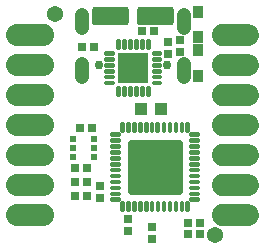
<source format=gbr>
G04 EAGLE Gerber RS-274X export*
G75*
%MOMM*%
%FSLAX34Y34*%
%LPD*%
%INSoldermask Bottom*%
%IPPOS*%
%AMOC8*
5,1,8,0,0,1.08239X$1,22.5*%
G01*
%ADD10R,0.701600X0.701600*%
%ADD11C,1.209600*%
%ADD12C,0.751600*%
%ADD13C,1.879600*%
%ADD14C,1.879600*%
%ADD15R,0.901600X1.001600*%
%ADD16C,1.371600*%
%ADD17R,1.001600X1.101600*%
%ADD18C,0.228606*%
%ADD19C,0.552191*%
%ADD20C,0.225022*%
%ADD21C,0.240406*%
%ADD22R,2.601600X2.601600*%
%ADD23R,0.601600X0.601600*%
%ADD24R,0.601600X0.501600*%

G36*
X82871Y187705D02*
X82871Y187705D01*
X82900Y187703D01*
X83417Y187771D01*
X83453Y187785D01*
X83513Y187797D01*
X83996Y187997D01*
X84026Y188019D01*
X84081Y188046D01*
X84496Y188364D01*
X84520Y188393D01*
X84566Y188434D01*
X84701Y188610D01*
X84884Y188849D01*
X84899Y188883D01*
X84933Y188935D01*
X85133Y189417D01*
X85139Y189454D01*
X85159Y189513D01*
X85227Y190030D01*
X85225Y190052D01*
X85230Y190080D01*
X85230Y201080D01*
X85225Y201101D01*
X85227Y201130D01*
X85159Y201647D01*
X85145Y201683D01*
X85133Y201743D01*
X84933Y202226D01*
X84911Y202256D01*
X84884Y202311D01*
X84566Y202726D01*
X84537Y202750D01*
X84496Y202796D01*
X84081Y203114D01*
X84047Y203129D01*
X83996Y203163D01*
X83513Y203363D01*
X83476Y203369D01*
X83417Y203389D01*
X82900Y203457D01*
X82878Y203455D01*
X82850Y203460D01*
X56850Y203460D01*
X56829Y203455D01*
X56800Y203457D01*
X56283Y203389D01*
X56247Y203375D01*
X56187Y203363D01*
X55705Y203163D01*
X55674Y203141D01*
X55619Y203114D01*
X55204Y202796D01*
X55180Y202767D01*
X55134Y202726D01*
X54816Y202311D01*
X54801Y202277D01*
X54767Y202226D01*
X54567Y201743D01*
X54561Y201706D01*
X54541Y201647D01*
X54473Y201130D01*
X54475Y201108D01*
X54470Y201080D01*
X54470Y190080D01*
X54475Y190059D01*
X54473Y190030D01*
X54541Y189513D01*
X54555Y189477D01*
X54567Y189417D01*
X54767Y188935D01*
X54789Y188904D01*
X54816Y188849D01*
X55134Y188434D01*
X55163Y188410D01*
X55204Y188364D01*
X55619Y188046D01*
X55653Y188031D01*
X55705Y187997D01*
X56187Y187797D01*
X56224Y187791D01*
X56283Y187771D01*
X56800Y187703D01*
X56822Y187705D01*
X56850Y187700D01*
X82850Y187700D01*
X82871Y187705D01*
G37*
G36*
X120971Y187705D02*
X120971Y187705D01*
X121000Y187703D01*
X121517Y187771D01*
X121553Y187785D01*
X121613Y187797D01*
X122096Y187997D01*
X122126Y188019D01*
X122181Y188046D01*
X122596Y188364D01*
X122620Y188393D01*
X122666Y188434D01*
X122801Y188610D01*
X122984Y188849D01*
X122999Y188883D01*
X123033Y188935D01*
X123233Y189417D01*
X123239Y189454D01*
X123259Y189513D01*
X123327Y190030D01*
X123325Y190052D01*
X123330Y190080D01*
X123330Y201080D01*
X123325Y201101D01*
X123327Y201130D01*
X123259Y201647D01*
X123245Y201683D01*
X123233Y201743D01*
X123033Y202226D01*
X123011Y202256D01*
X122984Y202311D01*
X122666Y202726D01*
X122637Y202750D01*
X122596Y202796D01*
X122181Y203114D01*
X122147Y203129D01*
X122096Y203163D01*
X121613Y203363D01*
X121576Y203369D01*
X121517Y203389D01*
X121000Y203457D01*
X120978Y203455D01*
X120950Y203460D01*
X94950Y203460D01*
X94929Y203455D01*
X94900Y203457D01*
X94383Y203389D01*
X94347Y203375D01*
X94287Y203363D01*
X93805Y203163D01*
X93774Y203141D01*
X93719Y203114D01*
X93304Y202796D01*
X93280Y202767D01*
X93234Y202726D01*
X92916Y202311D01*
X92901Y202277D01*
X92867Y202226D01*
X92667Y201743D01*
X92661Y201706D01*
X92641Y201647D01*
X92573Y201130D01*
X92575Y201108D01*
X92570Y201080D01*
X92570Y190080D01*
X92575Y190059D01*
X92573Y190030D01*
X92641Y189513D01*
X92655Y189477D01*
X92667Y189417D01*
X92867Y188935D01*
X92889Y188904D01*
X92916Y188849D01*
X93234Y188434D01*
X93263Y188410D01*
X93304Y188364D01*
X93719Y188046D01*
X93753Y188031D01*
X93805Y187997D01*
X94287Y187797D01*
X94324Y187791D01*
X94383Y187771D01*
X94900Y187703D01*
X94922Y187705D01*
X94950Y187700D01*
X120950Y187700D01*
X120971Y187705D01*
G37*
D10*
X84328Y23495D03*
X84328Y13335D03*
D11*
X132100Y185630D02*
X132100Y196710D01*
X45700Y196710D02*
X45700Y185630D01*
X45700Y154910D02*
X45700Y143830D01*
X132100Y143830D02*
X132100Y154910D01*
D12*
X60000Y154370D03*
X117800Y154370D03*
D13*
X12700Y179705D03*
X12700Y154305D03*
X12700Y128905D03*
X12700Y103505D03*
X12700Y78105D03*
X12700Y52705D03*
X12700Y27305D03*
D14*
X8890Y179705D02*
X-8890Y179705D01*
X-8890Y154305D02*
X8890Y154305D01*
X8890Y128905D02*
X-8890Y128905D01*
X-8890Y103505D02*
X8890Y103505D01*
X8890Y78105D02*
X-8890Y78105D01*
X-8890Y52705D02*
X8890Y52705D01*
X8890Y27305D02*
X-8890Y27305D01*
D13*
X165100Y27305D03*
X165100Y52705D03*
X165100Y78105D03*
X165100Y103505D03*
X165100Y128905D03*
X165100Y154305D03*
X165100Y179705D03*
D14*
X168910Y27305D02*
X186690Y27305D01*
X186690Y52705D02*
X168910Y52705D01*
X168910Y78105D02*
X186690Y78105D01*
X186690Y103505D02*
X168910Y103505D01*
X168910Y128905D02*
X186690Y128905D01*
X186690Y154305D02*
X168910Y154305D01*
X168910Y179705D02*
X186690Y179705D01*
D15*
X143637Y166529D03*
X143637Y145129D03*
D16*
X158115Y10160D03*
D10*
X104902Y17272D03*
X104902Y7112D03*
X50292Y54737D03*
X40132Y54737D03*
X50038Y43180D03*
X39878Y43180D03*
X60960Y41402D03*
X60960Y51562D03*
X145542Y20447D03*
X135382Y20447D03*
X135636Y11049D03*
X145796Y11049D03*
D16*
X22606Y196977D03*
D17*
X112894Y116967D03*
X95894Y116967D03*
D18*
X114585Y194215D02*
X118315Y194215D01*
X114585Y194215D02*
X114585Y197945D01*
X118315Y197945D01*
X118315Y194215D01*
X118315Y196387D02*
X114585Y196387D01*
X80215Y194215D02*
X76485Y194215D01*
X76485Y197945D01*
X80215Y197945D01*
X80215Y194215D01*
X80215Y196387D02*
X76485Y196387D01*
D15*
X143764Y177641D03*
X143764Y199041D03*
D19*
X127562Y47698D02*
X87068Y47698D01*
X87068Y88192D01*
X127562Y88192D01*
X127562Y47698D01*
X127562Y52944D02*
X87068Y52944D01*
X87068Y58190D02*
X127562Y58190D01*
X127562Y63436D02*
X87068Y63436D01*
X87068Y68682D02*
X127562Y68682D01*
X127562Y73928D02*
X87068Y73928D01*
X87068Y79174D02*
X127562Y79174D01*
X127562Y84420D02*
X87068Y84420D01*
D20*
X70282Y41078D02*
X70282Y39812D01*
X70282Y41078D02*
X77048Y41078D01*
X77048Y39812D01*
X70282Y39812D01*
X70282Y44812D02*
X70282Y46078D01*
X77048Y46078D01*
X77048Y44812D01*
X70282Y44812D01*
X70282Y49812D02*
X70282Y51078D01*
X77048Y51078D01*
X77048Y49812D01*
X70282Y49812D01*
X70282Y54812D02*
X70282Y56078D01*
X77048Y56078D01*
X77048Y54812D01*
X70282Y54812D01*
X70282Y59812D02*
X70282Y61078D01*
X77048Y61078D01*
X77048Y59812D01*
X70282Y59812D01*
X70282Y64812D02*
X70282Y66078D01*
X77048Y66078D01*
X77048Y64812D01*
X70282Y64812D01*
X70282Y69812D02*
X70282Y71078D01*
X77048Y71078D01*
X77048Y69812D01*
X70282Y69812D01*
X70282Y74812D02*
X70282Y76078D01*
X77048Y76078D01*
X77048Y74812D01*
X70282Y74812D01*
X70282Y79812D02*
X70282Y81078D01*
X77048Y81078D01*
X77048Y79812D01*
X70282Y79812D01*
X70282Y84812D02*
X70282Y86078D01*
X77048Y86078D01*
X77048Y84812D01*
X70282Y84812D01*
X70282Y89812D02*
X70282Y91078D01*
X77048Y91078D01*
X77048Y89812D01*
X70282Y89812D01*
X70282Y94812D02*
X70282Y96078D01*
X77048Y96078D01*
X77048Y94812D01*
X70282Y94812D01*
X79182Y104978D02*
X80448Y104978D01*
X80448Y98212D01*
X79182Y98212D01*
X79182Y104978D01*
X79182Y100349D02*
X80448Y100349D01*
X80448Y102486D02*
X79182Y102486D01*
X79182Y104623D02*
X80448Y104623D01*
X84182Y104978D02*
X85448Y104978D01*
X85448Y98212D01*
X84182Y98212D01*
X84182Y104978D01*
X84182Y100349D02*
X85448Y100349D01*
X85448Y102486D02*
X84182Y102486D01*
X84182Y104623D02*
X85448Y104623D01*
X89182Y104978D02*
X90448Y104978D01*
X90448Y98212D01*
X89182Y98212D01*
X89182Y104978D01*
X89182Y100349D02*
X90448Y100349D01*
X90448Y102486D02*
X89182Y102486D01*
X89182Y104623D02*
X90448Y104623D01*
X94182Y104978D02*
X95448Y104978D01*
X95448Y98212D01*
X94182Y98212D01*
X94182Y104978D01*
X94182Y100349D02*
X95448Y100349D01*
X95448Y102486D02*
X94182Y102486D01*
X94182Y104623D02*
X95448Y104623D01*
X99182Y104978D02*
X100448Y104978D01*
X100448Y98212D01*
X99182Y98212D01*
X99182Y104978D01*
X99182Y100349D02*
X100448Y100349D01*
X100448Y102486D02*
X99182Y102486D01*
X99182Y104623D02*
X100448Y104623D01*
X104182Y104978D02*
X105448Y104978D01*
X105448Y98212D01*
X104182Y98212D01*
X104182Y104978D01*
X104182Y100349D02*
X105448Y100349D01*
X105448Y102486D02*
X104182Y102486D01*
X104182Y104623D02*
X105448Y104623D01*
X108682Y104978D02*
X109948Y104978D01*
X109948Y98212D01*
X108682Y98212D01*
X108682Y104978D01*
X108682Y100349D02*
X109948Y100349D01*
X109948Y102486D02*
X108682Y102486D01*
X108682Y104623D02*
X109948Y104623D01*
X114182Y104978D02*
X115448Y104978D01*
X115448Y98212D01*
X114182Y98212D01*
X114182Y104978D01*
X114182Y100349D02*
X115448Y100349D01*
X115448Y102486D02*
X114182Y102486D01*
X114182Y104623D02*
X115448Y104623D01*
X119182Y104978D02*
X120448Y104978D01*
X120448Y98212D01*
X119182Y98212D01*
X119182Y104978D01*
X119182Y100349D02*
X120448Y100349D01*
X120448Y102486D02*
X119182Y102486D01*
X119182Y104623D02*
X120448Y104623D01*
X124182Y104978D02*
X125448Y104978D01*
X125448Y98212D01*
X124182Y98212D01*
X124182Y104978D01*
X124182Y100349D02*
X125448Y100349D01*
X125448Y102486D02*
X124182Y102486D01*
X124182Y104623D02*
X125448Y104623D01*
X129182Y104978D02*
X130448Y104978D01*
X130448Y98212D01*
X129182Y98212D01*
X129182Y104978D01*
X129182Y100349D02*
X130448Y100349D01*
X130448Y102486D02*
X129182Y102486D01*
X129182Y104623D02*
X130448Y104623D01*
X134182Y104978D02*
X135448Y104978D01*
X135448Y98212D01*
X134182Y98212D01*
X134182Y104978D01*
X134182Y100349D02*
X135448Y100349D01*
X135448Y102486D02*
X134182Y102486D01*
X134182Y104623D02*
X135448Y104623D01*
X144348Y96078D02*
X144348Y94812D01*
X137582Y94812D01*
X137582Y96078D01*
X144348Y96078D01*
X144348Y91078D02*
X144348Y89812D01*
X137582Y89812D01*
X137582Y91078D01*
X144348Y91078D01*
X144348Y86078D02*
X144348Y84812D01*
X137582Y84812D01*
X137582Y86078D01*
X144348Y86078D01*
X144348Y81078D02*
X144348Y79812D01*
X137582Y79812D01*
X137582Y81078D01*
X144348Y81078D01*
X144348Y76078D02*
X144348Y74812D01*
X137582Y74812D01*
X137582Y76078D01*
X144348Y76078D01*
X144348Y71078D02*
X144348Y69812D01*
X137582Y69812D01*
X137582Y71078D01*
X144348Y71078D01*
X144348Y66078D02*
X144348Y64812D01*
X137582Y64812D01*
X137582Y66078D01*
X144348Y66078D01*
X144348Y61078D02*
X144348Y59812D01*
X137582Y59812D01*
X137582Y61078D01*
X144348Y61078D01*
X144348Y56078D02*
X144348Y54812D01*
X137582Y54812D01*
X137582Y56078D01*
X144348Y56078D01*
X144348Y51078D02*
X144348Y49812D01*
X137582Y49812D01*
X137582Y51078D01*
X144348Y51078D01*
X144348Y46078D02*
X144348Y44812D01*
X137582Y44812D01*
X137582Y46078D01*
X144348Y46078D01*
X144348Y41078D02*
X144348Y39812D01*
X137582Y39812D01*
X137582Y41078D01*
X144348Y41078D01*
X135448Y30912D02*
X134182Y30912D01*
X134182Y37678D01*
X135448Y37678D01*
X135448Y30912D01*
X135448Y33049D02*
X134182Y33049D01*
X134182Y35186D02*
X135448Y35186D01*
X135448Y37323D02*
X134182Y37323D01*
X130448Y30912D02*
X129182Y30912D01*
X129182Y37678D01*
X130448Y37678D01*
X130448Y30912D01*
X130448Y33049D02*
X129182Y33049D01*
X129182Y35186D02*
X130448Y35186D01*
X130448Y37323D02*
X129182Y37323D01*
X125448Y30912D02*
X124182Y30912D01*
X124182Y37678D01*
X125448Y37678D01*
X125448Y30912D01*
X125448Y33049D02*
X124182Y33049D01*
X124182Y35186D02*
X125448Y35186D01*
X125448Y37323D02*
X124182Y37323D01*
X120448Y30912D02*
X119182Y30912D01*
X119182Y37678D01*
X120448Y37678D01*
X120448Y30912D01*
X120448Y33049D02*
X119182Y33049D01*
X119182Y35186D02*
X120448Y35186D01*
X120448Y37323D02*
X119182Y37323D01*
X115448Y30912D02*
X114182Y30912D01*
X114182Y37678D01*
X115448Y37678D01*
X115448Y30912D01*
X115448Y33049D02*
X114182Y33049D01*
X114182Y35186D02*
X115448Y35186D01*
X115448Y37323D02*
X114182Y37323D01*
X110448Y30912D02*
X109182Y30912D01*
X109182Y37678D01*
X110448Y37678D01*
X110448Y30912D01*
X110448Y33049D02*
X109182Y33049D01*
X109182Y35186D02*
X110448Y35186D01*
X110448Y37323D02*
X109182Y37323D01*
X105448Y30912D02*
X104182Y30912D01*
X104182Y37678D01*
X105448Y37678D01*
X105448Y30912D01*
X105448Y33049D02*
X104182Y33049D01*
X104182Y35186D02*
X105448Y35186D01*
X105448Y37323D02*
X104182Y37323D01*
X100448Y30912D02*
X99182Y30912D01*
X99182Y37678D01*
X100448Y37678D01*
X100448Y30912D01*
X100448Y33049D02*
X99182Y33049D01*
X99182Y35186D02*
X100448Y35186D01*
X100448Y37323D02*
X99182Y37323D01*
X95448Y30912D02*
X94182Y30912D01*
X94182Y37678D01*
X95448Y37678D01*
X95448Y30912D01*
X95448Y33049D02*
X94182Y33049D01*
X94182Y35186D02*
X95448Y35186D01*
X95448Y37323D02*
X94182Y37323D01*
X90448Y30912D02*
X89182Y30912D01*
X89182Y37678D01*
X90448Y37678D01*
X90448Y30912D01*
X90448Y33049D02*
X89182Y33049D01*
X89182Y35186D02*
X90448Y35186D01*
X90448Y37323D02*
X89182Y37323D01*
X85448Y30912D02*
X84182Y30912D01*
X84182Y37678D01*
X85448Y37678D01*
X85448Y30912D01*
X85448Y33049D02*
X84182Y33049D01*
X84182Y35186D02*
X85448Y35186D01*
X85448Y37323D02*
X84182Y37323D01*
X80448Y30912D02*
X79182Y30912D01*
X79182Y37678D01*
X80448Y37678D01*
X80448Y30912D01*
X80448Y33049D02*
X79182Y33049D01*
X79182Y35186D02*
X80448Y35186D01*
X80448Y37323D02*
X79182Y37323D01*
D10*
X55880Y168910D03*
X45720Y168910D03*
D21*
X77106Y168459D02*
X77106Y175071D01*
X77106Y168459D02*
X75694Y168459D01*
X75694Y175071D01*
X77106Y175071D01*
X77106Y170743D02*
X75694Y170743D01*
X75694Y173027D02*
X77106Y173027D01*
X82106Y175071D02*
X82106Y168459D01*
X80694Y168459D01*
X80694Y175071D01*
X82106Y175071D01*
X82106Y170743D02*
X80694Y170743D01*
X80694Y173027D02*
X82106Y173027D01*
X87106Y175071D02*
X87106Y168459D01*
X85694Y168459D01*
X85694Y175071D01*
X87106Y175071D01*
X87106Y170743D02*
X85694Y170743D01*
X85694Y173027D02*
X87106Y173027D01*
X92106Y175071D02*
X92106Y168459D01*
X90694Y168459D01*
X90694Y175071D01*
X92106Y175071D01*
X92106Y170743D02*
X90694Y170743D01*
X90694Y173027D02*
X92106Y173027D01*
X97106Y175071D02*
X97106Y168459D01*
X95694Y168459D01*
X95694Y175071D01*
X97106Y175071D01*
X97106Y170743D02*
X95694Y170743D01*
X95694Y173027D02*
X97106Y173027D01*
X102106Y175071D02*
X102106Y168459D01*
X100694Y168459D01*
X100694Y175071D01*
X102106Y175071D01*
X102106Y170743D02*
X100694Y170743D01*
X100694Y173027D02*
X102106Y173027D01*
X105594Y164971D02*
X112206Y164971D01*
X112206Y163559D01*
X105594Y163559D01*
X105594Y164971D01*
X105594Y159971D02*
X112206Y159971D01*
X112206Y158559D01*
X105594Y158559D01*
X105594Y159971D01*
X105594Y154971D02*
X112206Y154971D01*
X112206Y153559D01*
X105594Y153559D01*
X105594Y154971D01*
X105594Y149971D02*
X112206Y149971D01*
X112206Y148559D01*
X105594Y148559D01*
X105594Y149971D01*
X105594Y144971D02*
X112206Y144971D01*
X112206Y143559D01*
X105594Y143559D01*
X105594Y144971D01*
X105594Y139971D02*
X112206Y139971D01*
X112206Y138559D01*
X105594Y138559D01*
X105594Y139971D01*
X100694Y135071D02*
X100694Y128459D01*
X100694Y135071D02*
X102106Y135071D01*
X102106Y128459D01*
X100694Y128459D01*
X100694Y130743D02*
X102106Y130743D01*
X102106Y133027D02*
X100694Y133027D01*
X95694Y135071D02*
X95694Y128459D01*
X95694Y135071D02*
X97106Y135071D01*
X97106Y128459D01*
X95694Y128459D01*
X95694Y130743D02*
X97106Y130743D01*
X97106Y133027D02*
X95694Y133027D01*
X90694Y135071D02*
X90694Y128459D01*
X90694Y135071D02*
X92106Y135071D01*
X92106Y128459D01*
X90694Y128459D01*
X90694Y130743D02*
X92106Y130743D01*
X92106Y133027D02*
X90694Y133027D01*
X85694Y135071D02*
X85694Y128459D01*
X85694Y135071D02*
X87106Y135071D01*
X87106Y128459D01*
X85694Y128459D01*
X85694Y130743D02*
X87106Y130743D01*
X87106Y133027D02*
X85694Y133027D01*
X80694Y135071D02*
X80694Y128459D01*
X80694Y135071D02*
X82106Y135071D01*
X82106Y128459D01*
X80694Y128459D01*
X80694Y130743D02*
X82106Y130743D01*
X82106Y133027D02*
X80694Y133027D01*
X75694Y135071D02*
X75694Y128459D01*
X75694Y135071D02*
X77106Y135071D01*
X77106Y128459D01*
X75694Y128459D01*
X75694Y130743D02*
X77106Y130743D01*
X77106Y133027D02*
X75694Y133027D01*
X72206Y138559D02*
X65594Y138559D01*
X65594Y139971D01*
X72206Y139971D01*
X72206Y138559D01*
X72206Y143559D02*
X65594Y143559D01*
X65594Y144971D01*
X72206Y144971D01*
X72206Y143559D01*
X72206Y148559D02*
X65594Y148559D01*
X65594Y149971D01*
X72206Y149971D01*
X72206Y148559D01*
X72206Y153559D02*
X65594Y153559D01*
X65594Y154971D01*
X72206Y154971D01*
X72206Y153559D01*
X72206Y158559D02*
X65594Y158559D01*
X65594Y159971D01*
X72206Y159971D01*
X72206Y158559D01*
X72206Y163559D02*
X65594Y163559D01*
X65594Y164971D01*
X72206Y164971D01*
X72206Y163559D01*
D22*
X88900Y151765D03*
D10*
X96774Y182753D03*
X106934Y182753D03*
X128651Y175514D03*
X128651Y165354D03*
X118745Y163195D03*
X118745Y173355D03*
X50292Y66548D03*
X40132Y66548D03*
X43688Y100838D03*
X53848Y100838D03*
D23*
X56244Y91066D03*
D24*
X56244Y83566D03*
D23*
X56244Y76066D03*
X38244Y76066D03*
D24*
X38244Y83566D03*
D23*
X38244Y91066D03*
M02*

</source>
